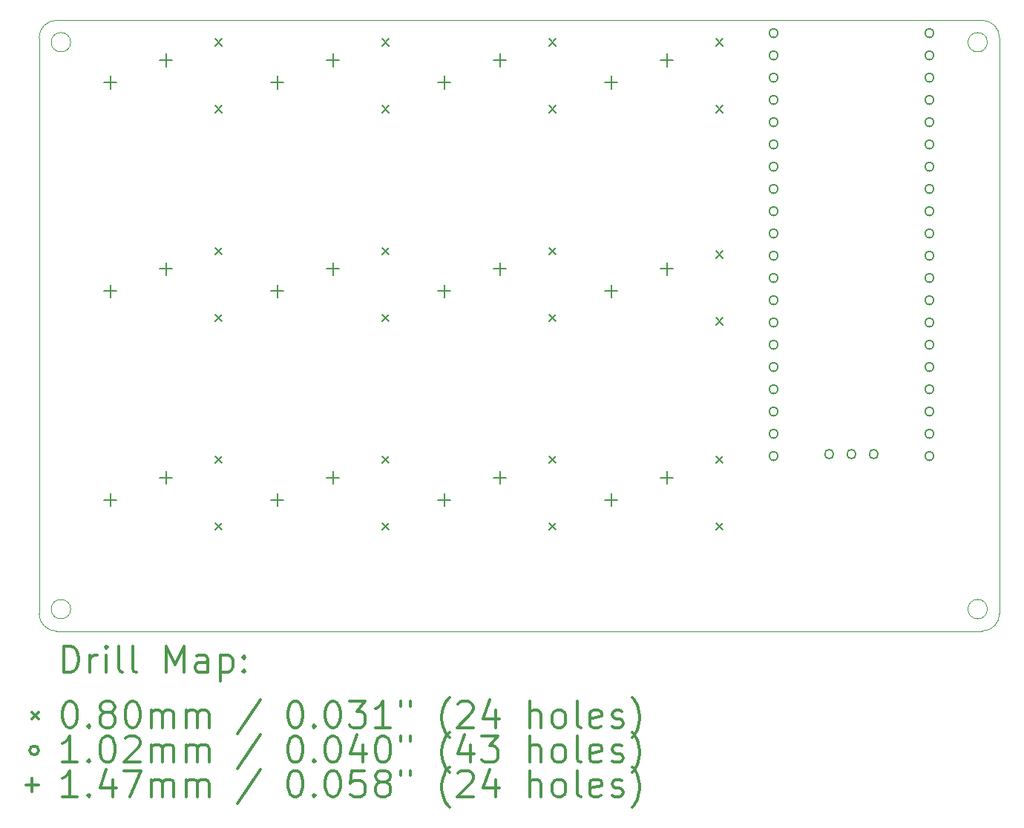
<source format=gbr>
%FSLAX45Y45*%
G04 Gerber Fmt 4.5, Leading zero omitted, Abs format (unit mm)*
G04 Created by KiCad (PCBNEW (5.1.9)-1) date 2021-05-03 11:05:23*
%MOMM*%
%LPD*%
G01*
G04 APERTURE LIST*
%TA.AperFunction,Profile*%
%ADD10C,0.100000*%
%TD*%
%ADD11C,0.200000*%
%ADD12C,0.300000*%
G04 APERTURE END LIST*
D10*
X6700520Y-4130040D02*
G75*
G03*
X6700520Y-4130040I-110450J0D01*
G01*
X6700520Y-10599420D02*
G75*
G03*
X6700520Y-10599420I-110450J0D01*
G01*
X17160240Y-10599420D02*
G75*
G03*
X17160240Y-10599420I-110450J0D01*
G01*
X17160240Y-4130040D02*
G75*
G03*
X17160240Y-4130040I-110450J0D01*
G01*
X17100000Y-3880000D02*
G75*
G02*
X17300000Y-4080000I0J-200000D01*
G01*
X17300000Y-10650000D02*
G75*
G02*
X17100000Y-10850000I-200000J0D01*
G01*
X6540000Y-10850000D02*
G75*
G02*
X6340000Y-10650000I0J200000D01*
G01*
X6340000Y-4080000D02*
X6340000Y-10650000D01*
X17100000Y-3880000D02*
X6540000Y-3880000D01*
X6340000Y-4080000D02*
G75*
G02*
X6540000Y-3880000I200000J0D01*
G01*
X17300000Y-10650000D02*
X17300000Y-4080000D01*
X6540000Y-10850000D02*
X17100000Y-10850000D01*
D11*
X8346000Y-4091500D02*
X8426000Y-4171500D01*
X8426000Y-4091500D02*
X8346000Y-4171500D01*
X8346000Y-4853500D02*
X8426000Y-4933500D01*
X8426000Y-4853500D02*
X8346000Y-4933500D01*
X8346000Y-6472750D02*
X8426000Y-6552750D01*
X8426000Y-6472750D02*
X8346000Y-6552750D01*
X8346000Y-7234750D02*
X8426000Y-7314750D01*
X8426000Y-7234750D02*
X8346000Y-7314750D01*
X8346000Y-8854000D02*
X8426000Y-8934000D01*
X8426000Y-8854000D02*
X8346000Y-8934000D01*
X8346000Y-9616000D02*
X8426000Y-9696000D01*
X8426000Y-9616000D02*
X8346000Y-9696000D01*
X10251000Y-4091500D02*
X10331000Y-4171500D01*
X10331000Y-4091500D02*
X10251000Y-4171500D01*
X10251000Y-4853500D02*
X10331000Y-4933500D01*
X10331000Y-4853500D02*
X10251000Y-4933500D01*
X10251000Y-6472750D02*
X10331000Y-6552750D01*
X10331000Y-6472750D02*
X10251000Y-6552750D01*
X10251000Y-7234750D02*
X10331000Y-7314750D01*
X10331000Y-7234750D02*
X10251000Y-7314750D01*
X10251000Y-8854000D02*
X10331000Y-8934000D01*
X10331000Y-8854000D02*
X10251000Y-8934000D01*
X10251000Y-9616000D02*
X10331000Y-9696000D01*
X10331000Y-9616000D02*
X10251000Y-9696000D01*
X12156000Y-4091500D02*
X12236000Y-4171500D01*
X12236000Y-4091500D02*
X12156000Y-4171500D01*
X12156000Y-4853500D02*
X12236000Y-4933500D01*
X12236000Y-4853500D02*
X12156000Y-4933500D01*
X12156000Y-6472750D02*
X12236000Y-6552750D01*
X12236000Y-6472750D02*
X12156000Y-6552750D01*
X12156000Y-7234750D02*
X12236000Y-7314750D01*
X12236000Y-7234750D02*
X12156000Y-7314750D01*
X12156000Y-8854000D02*
X12236000Y-8934000D01*
X12236000Y-8854000D02*
X12156000Y-8934000D01*
X12156000Y-9616000D02*
X12236000Y-9696000D01*
X12236000Y-9616000D02*
X12156000Y-9696000D01*
X14061000Y-4091500D02*
X14141000Y-4171500D01*
X14141000Y-4091500D02*
X14061000Y-4171500D01*
X14061000Y-4853500D02*
X14141000Y-4933500D01*
X14141000Y-4853500D02*
X14061000Y-4933500D01*
X14061000Y-6512750D02*
X14141000Y-6592750D01*
X14141000Y-6512750D02*
X14061000Y-6592750D01*
X14061000Y-7274750D02*
X14141000Y-7354750D01*
X14141000Y-7274750D02*
X14061000Y-7354750D01*
X14061000Y-8854000D02*
X14141000Y-8934000D01*
X14141000Y-8854000D02*
X14061000Y-8934000D01*
X14061000Y-9616000D02*
X14141000Y-9696000D01*
X14141000Y-9616000D02*
X14061000Y-9696000D01*
X14772000Y-4027000D02*
G75*
G03*
X14772000Y-4027000I-51000J0D01*
G01*
X14772000Y-4281000D02*
G75*
G03*
X14772000Y-4281000I-51000J0D01*
G01*
X14772000Y-4535000D02*
G75*
G03*
X14772000Y-4535000I-51000J0D01*
G01*
X14772000Y-4789000D02*
G75*
G03*
X14772000Y-4789000I-51000J0D01*
G01*
X14772000Y-5043000D02*
G75*
G03*
X14772000Y-5043000I-51000J0D01*
G01*
X14772000Y-5297000D02*
G75*
G03*
X14772000Y-5297000I-51000J0D01*
G01*
X14772000Y-5551000D02*
G75*
G03*
X14772000Y-5551000I-51000J0D01*
G01*
X14772000Y-5805000D02*
G75*
G03*
X14772000Y-5805000I-51000J0D01*
G01*
X14772000Y-6059000D02*
G75*
G03*
X14772000Y-6059000I-51000J0D01*
G01*
X14772000Y-6313000D02*
G75*
G03*
X14772000Y-6313000I-51000J0D01*
G01*
X14772000Y-6567000D02*
G75*
G03*
X14772000Y-6567000I-51000J0D01*
G01*
X14772000Y-6821000D02*
G75*
G03*
X14772000Y-6821000I-51000J0D01*
G01*
X14772000Y-7075000D02*
G75*
G03*
X14772000Y-7075000I-51000J0D01*
G01*
X14772000Y-7329000D02*
G75*
G03*
X14772000Y-7329000I-51000J0D01*
G01*
X14772000Y-7583000D02*
G75*
G03*
X14772000Y-7583000I-51000J0D01*
G01*
X14772000Y-7837000D02*
G75*
G03*
X14772000Y-7837000I-51000J0D01*
G01*
X14772000Y-8091000D02*
G75*
G03*
X14772000Y-8091000I-51000J0D01*
G01*
X14772000Y-8345000D02*
G75*
G03*
X14772000Y-8345000I-51000J0D01*
G01*
X14772000Y-8599000D02*
G75*
G03*
X14772000Y-8599000I-51000J0D01*
G01*
X14772000Y-8853000D02*
G75*
G03*
X14772000Y-8853000I-51000J0D01*
G01*
X15407000Y-8830000D02*
G75*
G03*
X15407000Y-8830000I-51000J0D01*
G01*
X15661000Y-8830000D02*
G75*
G03*
X15661000Y-8830000I-51000J0D01*
G01*
X15915000Y-8830000D02*
G75*
G03*
X15915000Y-8830000I-51000J0D01*
G01*
X16550000Y-4027000D02*
G75*
G03*
X16550000Y-4027000I-51000J0D01*
G01*
X16550000Y-4281000D02*
G75*
G03*
X16550000Y-4281000I-51000J0D01*
G01*
X16550000Y-4535000D02*
G75*
G03*
X16550000Y-4535000I-51000J0D01*
G01*
X16550000Y-4789000D02*
G75*
G03*
X16550000Y-4789000I-51000J0D01*
G01*
X16550000Y-5043000D02*
G75*
G03*
X16550000Y-5043000I-51000J0D01*
G01*
X16550000Y-5297000D02*
G75*
G03*
X16550000Y-5297000I-51000J0D01*
G01*
X16550000Y-5551000D02*
G75*
G03*
X16550000Y-5551000I-51000J0D01*
G01*
X16550000Y-5805000D02*
G75*
G03*
X16550000Y-5805000I-51000J0D01*
G01*
X16550000Y-6059000D02*
G75*
G03*
X16550000Y-6059000I-51000J0D01*
G01*
X16550000Y-6313000D02*
G75*
G03*
X16550000Y-6313000I-51000J0D01*
G01*
X16550000Y-6567000D02*
G75*
G03*
X16550000Y-6567000I-51000J0D01*
G01*
X16550000Y-6821000D02*
G75*
G03*
X16550000Y-6821000I-51000J0D01*
G01*
X16550000Y-7075000D02*
G75*
G03*
X16550000Y-7075000I-51000J0D01*
G01*
X16550000Y-7329000D02*
G75*
G03*
X16550000Y-7329000I-51000J0D01*
G01*
X16550000Y-7583000D02*
G75*
G03*
X16550000Y-7583000I-51000J0D01*
G01*
X16550000Y-7837000D02*
G75*
G03*
X16550000Y-7837000I-51000J0D01*
G01*
X16550000Y-8091000D02*
G75*
G03*
X16550000Y-8091000I-51000J0D01*
G01*
X16550000Y-8345000D02*
G75*
G03*
X16550000Y-8345000I-51000J0D01*
G01*
X16550000Y-8599000D02*
G75*
G03*
X16550000Y-8599000I-51000J0D01*
G01*
X16550000Y-8853000D02*
G75*
G03*
X16550000Y-8853000I-51000J0D01*
G01*
X7152500Y-4516000D02*
X7152500Y-4663000D01*
X7079000Y-4589500D02*
X7226000Y-4589500D01*
X7152500Y-6897250D02*
X7152500Y-7044250D01*
X7079000Y-6970750D02*
X7226000Y-6970750D01*
X7152500Y-9278500D02*
X7152500Y-9425500D01*
X7079000Y-9352000D02*
X7226000Y-9352000D01*
X7787500Y-4262000D02*
X7787500Y-4409000D01*
X7714000Y-4335500D02*
X7861000Y-4335500D01*
X7787500Y-6643250D02*
X7787500Y-6790250D01*
X7714000Y-6716750D02*
X7861000Y-6716750D01*
X7787500Y-9024500D02*
X7787500Y-9171500D01*
X7714000Y-9098000D02*
X7861000Y-9098000D01*
X9057500Y-4516000D02*
X9057500Y-4663000D01*
X8984000Y-4589500D02*
X9131000Y-4589500D01*
X9057500Y-6897250D02*
X9057500Y-7044250D01*
X8984000Y-6970750D02*
X9131000Y-6970750D01*
X9057500Y-9278500D02*
X9057500Y-9425500D01*
X8984000Y-9352000D02*
X9131000Y-9352000D01*
X9692500Y-4262000D02*
X9692500Y-4409000D01*
X9619000Y-4335500D02*
X9766000Y-4335500D01*
X9692500Y-6643250D02*
X9692500Y-6790250D01*
X9619000Y-6716750D02*
X9766000Y-6716750D01*
X9692500Y-9024500D02*
X9692500Y-9171500D01*
X9619000Y-9098000D02*
X9766000Y-9098000D01*
X10962500Y-4516000D02*
X10962500Y-4663000D01*
X10889000Y-4589500D02*
X11036000Y-4589500D01*
X10962500Y-6897250D02*
X10962500Y-7044250D01*
X10889000Y-6970750D02*
X11036000Y-6970750D01*
X10962500Y-9278500D02*
X10962500Y-9425500D01*
X10889000Y-9352000D02*
X11036000Y-9352000D01*
X11597500Y-4262000D02*
X11597500Y-4409000D01*
X11524000Y-4335500D02*
X11671000Y-4335500D01*
X11597500Y-6643250D02*
X11597500Y-6790250D01*
X11524000Y-6716750D02*
X11671000Y-6716750D01*
X11597500Y-9024500D02*
X11597500Y-9171500D01*
X11524000Y-9098000D02*
X11671000Y-9098000D01*
X12867500Y-4516000D02*
X12867500Y-4663000D01*
X12794000Y-4589500D02*
X12941000Y-4589500D01*
X12867500Y-6897250D02*
X12867500Y-7044250D01*
X12794000Y-6970750D02*
X12941000Y-6970750D01*
X12867500Y-9278500D02*
X12867500Y-9425500D01*
X12794000Y-9352000D02*
X12941000Y-9352000D01*
X13502500Y-4262000D02*
X13502500Y-4409000D01*
X13429000Y-4335500D02*
X13576000Y-4335500D01*
X13502500Y-6643250D02*
X13502500Y-6790250D01*
X13429000Y-6716750D02*
X13576000Y-6716750D01*
X13502500Y-9024500D02*
X13502500Y-9171500D01*
X13429000Y-9098000D02*
X13576000Y-9098000D01*
D12*
X6621428Y-11320714D02*
X6621428Y-11020714D01*
X6692857Y-11020714D01*
X6735714Y-11035000D01*
X6764286Y-11063572D01*
X6778571Y-11092143D01*
X6792857Y-11149286D01*
X6792857Y-11192143D01*
X6778571Y-11249286D01*
X6764286Y-11277857D01*
X6735714Y-11306429D01*
X6692857Y-11320714D01*
X6621428Y-11320714D01*
X6921428Y-11320714D02*
X6921428Y-11120714D01*
X6921428Y-11177857D02*
X6935714Y-11149286D01*
X6950000Y-11135000D01*
X6978571Y-11120714D01*
X7007143Y-11120714D01*
X7107143Y-11320714D02*
X7107143Y-11120714D01*
X7107143Y-11020714D02*
X7092857Y-11035000D01*
X7107143Y-11049286D01*
X7121428Y-11035000D01*
X7107143Y-11020714D01*
X7107143Y-11049286D01*
X7292857Y-11320714D02*
X7264286Y-11306429D01*
X7250000Y-11277857D01*
X7250000Y-11020714D01*
X7450000Y-11320714D02*
X7421428Y-11306429D01*
X7407143Y-11277857D01*
X7407143Y-11020714D01*
X7792857Y-11320714D02*
X7792857Y-11020714D01*
X7892857Y-11235000D01*
X7992857Y-11020714D01*
X7992857Y-11320714D01*
X8264286Y-11320714D02*
X8264286Y-11163572D01*
X8250000Y-11135000D01*
X8221428Y-11120714D01*
X8164286Y-11120714D01*
X8135714Y-11135000D01*
X8264286Y-11306429D02*
X8235714Y-11320714D01*
X8164286Y-11320714D01*
X8135714Y-11306429D01*
X8121428Y-11277857D01*
X8121428Y-11249286D01*
X8135714Y-11220714D01*
X8164286Y-11206429D01*
X8235714Y-11206429D01*
X8264286Y-11192143D01*
X8407143Y-11120714D02*
X8407143Y-11420714D01*
X8407143Y-11135000D02*
X8435714Y-11120714D01*
X8492857Y-11120714D01*
X8521428Y-11135000D01*
X8535714Y-11149286D01*
X8550000Y-11177857D01*
X8550000Y-11263571D01*
X8535714Y-11292143D01*
X8521428Y-11306429D01*
X8492857Y-11320714D01*
X8435714Y-11320714D01*
X8407143Y-11306429D01*
X8678571Y-11292143D02*
X8692857Y-11306429D01*
X8678571Y-11320714D01*
X8664286Y-11306429D01*
X8678571Y-11292143D01*
X8678571Y-11320714D01*
X8678571Y-11135000D02*
X8692857Y-11149286D01*
X8678571Y-11163572D01*
X8664286Y-11149286D01*
X8678571Y-11135000D01*
X8678571Y-11163572D01*
X6255000Y-11775000D02*
X6335000Y-11855000D01*
X6335000Y-11775000D02*
X6255000Y-11855000D01*
X6678571Y-11650714D02*
X6707143Y-11650714D01*
X6735714Y-11665000D01*
X6750000Y-11679286D01*
X6764286Y-11707857D01*
X6778571Y-11765000D01*
X6778571Y-11836429D01*
X6764286Y-11893571D01*
X6750000Y-11922143D01*
X6735714Y-11936429D01*
X6707143Y-11950714D01*
X6678571Y-11950714D01*
X6650000Y-11936429D01*
X6635714Y-11922143D01*
X6621428Y-11893571D01*
X6607143Y-11836429D01*
X6607143Y-11765000D01*
X6621428Y-11707857D01*
X6635714Y-11679286D01*
X6650000Y-11665000D01*
X6678571Y-11650714D01*
X6907143Y-11922143D02*
X6921428Y-11936429D01*
X6907143Y-11950714D01*
X6892857Y-11936429D01*
X6907143Y-11922143D01*
X6907143Y-11950714D01*
X7092857Y-11779286D02*
X7064286Y-11765000D01*
X7050000Y-11750714D01*
X7035714Y-11722143D01*
X7035714Y-11707857D01*
X7050000Y-11679286D01*
X7064286Y-11665000D01*
X7092857Y-11650714D01*
X7150000Y-11650714D01*
X7178571Y-11665000D01*
X7192857Y-11679286D01*
X7207143Y-11707857D01*
X7207143Y-11722143D01*
X7192857Y-11750714D01*
X7178571Y-11765000D01*
X7150000Y-11779286D01*
X7092857Y-11779286D01*
X7064286Y-11793571D01*
X7050000Y-11807857D01*
X7035714Y-11836429D01*
X7035714Y-11893571D01*
X7050000Y-11922143D01*
X7064286Y-11936429D01*
X7092857Y-11950714D01*
X7150000Y-11950714D01*
X7178571Y-11936429D01*
X7192857Y-11922143D01*
X7207143Y-11893571D01*
X7207143Y-11836429D01*
X7192857Y-11807857D01*
X7178571Y-11793571D01*
X7150000Y-11779286D01*
X7392857Y-11650714D02*
X7421428Y-11650714D01*
X7450000Y-11665000D01*
X7464286Y-11679286D01*
X7478571Y-11707857D01*
X7492857Y-11765000D01*
X7492857Y-11836429D01*
X7478571Y-11893571D01*
X7464286Y-11922143D01*
X7450000Y-11936429D01*
X7421428Y-11950714D01*
X7392857Y-11950714D01*
X7364286Y-11936429D01*
X7350000Y-11922143D01*
X7335714Y-11893571D01*
X7321428Y-11836429D01*
X7321428Y-11765000D01*
X7335714Y-11707857D01*
X7350000Y-11679286D01*
X7364286Y-11665000D01*
X7392857Y-11650714D01*
X7621428Y-11950714D02*
X7621428Y-11750714D01*
X7621428Y-11779286D02*
X7635714Y-11765000D01*
X7664286Y-11750714D01*
X7707143Y-11750714D01*
X7735714Y-11765000D01*
X7750000Y-11793571D01*
X7750000Y-11950714D01*
X7750000Y-11793571D02*
X7764286Y-11765000D01*
X7792857Y-11750714D01*
X7835714Y-11750714D01*
X7864286Y-11765000D01*
X7878571Y-11793571D01*
X7878571Y-11950714D01*
X8021428Y-11950714D02*
X8021428Y-11750714D01*
X8021428Y-11779286D02*
X8035714Y-11765000D01*
X8064286Y-11750714D01*
X8107143Y-11750714D01*
X8135714Y-11765000D01*
X8150000Y-11793571D01*
X8150000Y-11950714D01*
X8150000Y-11793571D02*
X8164286Y-11765000D01*
X8192857Y-11750714D01*
X8235714Y-11750714D01*
X8264286Y-11765000D01*
X8278571Y-11793571D01*
X8278571Y-11950714D01*
X8864286Y-11636429D02*
X8607143Y-12022143D01*
X9250000Y-11650714D02*
X9278571Y-11650714D01*
X9307143Y-11665000D01*
X9321428Y-11679286D01*
X9335714Y-11707857D01*
X9350000Y-11765000D01*
X9350000Y-11836429D01*
X9335714Y-11893571D01*
X9321428Y-11922143D01*
X9307143Y-11936429D01*
X9278571Y-11950714D01*
X9250000Y-11950714D01*
X9221428Y-11936429D01*
X9207143Y-11922143D01*
X9192857Y-11893571D01*
X9178571Y-11836429D01*
X9178571Y-11765000D01*
X9192857Y-11707857D01*
X9207143Y-11679286D01*
X9221428Y-11665000D01*
X9250000Y-11650714D01*
X9478571Y-11922143D02*
X9492857Y-11936429D01*
X9478571Y-11950714D01*
X9464286Y-11936429D01*
X9478571Y-11922143D01*
X9478571Y-11950714D01*
X9678571Y-11650714D02*
X9707143Y-11650714D01*
X9735714Y-11665000D01*
X9750000Y-11679286D01*
X9764286Y-11707857D01*
X9778571Y-11765000D01*
X9778571Y-11836429D01*
X9764286Y-11893571D01*
X9750000Y-11922143D01*
X9735714Y-11936429D01*
X9707143Y-11950714D01*
X9678571Y-11950714D01*
X9650000Y-11936429D01*
X9635714Y-11922143D01*
X9621428Y-11893571D01*
X9607143Y-11836429D01*
X9607143Y-11765000D01*
X9621428Y-11707857D01*
X9635714Y-11679286D01*
X9650000Y-11665000D01*
X9678571Y-11650714D01*
X9878571Y-11650714D02*
X10064286Y-11650714D01*
X9964286Y-11765000D01*
X10007143Y-11765000D01*
X10035714Y-11779286D01*
X10050000Y-11793571D01*
X10064286Y-11822143D01*
X10064286Y-11893571D01*
X10050000Y-11922143D01*
X10035714Y-11936429D01*
X10007143Y-11950714D01*
X9921428Y-11950714D01*
X9892857Y-11936429D01*
X9878571Y-11922143D01*
X10350000Y-11950714D02*
X10178571Y-11950714D01*
X10264286Y-11950714D02*
X10264286Y-11650714D01*
X10235714Y-11693571D01*
X10207143Y-11722143D01*
X10178571Y-11736429D01*
X10464286Y-11650714D02*
X10464286Y-11707857D01*
X10578571Y-11650714D02*
X10578571Y-11707857D01*
X11021428Y-12065000D02*
X11007143Y-12050714D01*
X10978571Y-12007857D01*
X10964286Y-11979286D01*
X10950000Y-11936429D01*
X10935714Y-11865000D01*
X10935714Y-11807857D01*
X10950000Y-11736429D01*
X10964286Y-11693571D01*
X10978571Y-11665000D01*
X11007143Y-11622143D01*
X11021428Y-11607857D01*
X11121428Y-11679286D02*
X11135714Y-11665000D01*
X11164286Y-11650714D01*
X11235714Y-11650714D01*
X11264286Y-11665000D01*
X11278571Y-11679286D01*
X11292857Y-11707857D01*
X11292857Y-11736429D01*
X11278571Y-11779286D01*
X11107143Y-11950714D01*
X11292857Y-11950714D01*
X11550000Y-11750714D02*
X11550000Y-11950714D01*
X11478571Y-11636429D02*
X11407143Y-11850714D01*
X11592857Y-11850714D01*
X11935714Y-11950714D02*
X11935714Y-11650714D01*
X12064286Y-11950714D02*
X12064286Y-11793571D01*
X12050000Y-11765000D01*
X12021428Y-11750714D01*
X11978571Y-11750714D01*
X11950000Y-11765000D01*
X11935714Y-11779286D01*
X12250000Y-11950714D02*
X12221428Y-11936429D01*
X12207143Y-11922143D01*
X12192857Y-11893571D01*
X12192857Y-11807857D01*
X12207143Y-11779286D01*
X12221428Y-11765000D01*
X12250000Y-11750714D01*
X12292857Y-11750714D01*
X12321428Y-11765000D01*
X12335714Y-11779286D01*
X12350000Y-11807857D01*
X12350000Y-11893571D01*
X12335714Y-11922143D01*
X12321428Y-11936429D01*
X12292857Y-11950714D01*
X12250000Y-11950714D01*
X12521428Y-11950714D02*
X12492857Y-11936429D01*
X12478571Y-11907857D01*
X12478571Y-11650714D01*
X12750000Y-11936429D02*
X12721428Y-11950714D01*
X12664286Y-11950714D01*
X12635714Y-11936429D01*
X12621428Y-11907857D01*
X12621428Y-11793571D01*
X12635714Y-11765000D01*
X12664286Y-11750714D01*
X12721428Y-11750714D01*
X12750000Y-11765000D01*
X12764286Y-11793571D01*
X12764286Y-11822143D01*
X12621428Y-11850714D01*
X12878571Y-11936429D02*
X12907143Y-11950714D01*
X12964286Y-11950714D01*
X12992857Y-11936429D01*
X13007143Y-11907857D01*
X13007143Y-11893571D01*
X12992857Y-11865000D01*
X12964286Y-11850714D01*
X12921428Y-11850714D01*
X12892857Y-11836429D01*
X12878571Y-11807857D01*
X12878571Y-11793571D01*
X12892857Y-11765000D01*
X12921428Y-11750714D01*
X12964286Y-11750714D01*
X12992857Y-11765000D01*
X13107143Y-12065000D02*
X13121428Y-12050714D01*
X13150000Y-12007857D01*
X13164286Y-11979286D01*
X13178571Y-11936429D01*
X13192857Y-11865000D01*
X13192857Y-11807857D01*
X13178571Y-11736429D01*
X13164286Y-11693571D01*
X13150000Y-11665000D01*
X13121428Y-11622143D01*
X13107143Y-11607857D01*
X6335000Y-12211000D02*
G75*
G03*
X6335000Y-12211000I-51000J0D01*
G01*
X6778571Y-12346714D02*
X6607143Y-12346714D01*
X6692857Y-12346714D02*
X6692857Y-12046714D01*
X6664286Y-12089571D01*
X6635714Y-12118143D01*
X6607143Y-12132429D01*
X6907143Y-12318143D02*
X6921428Y-12332429D01*
X6907143Y-12346714D01*
X6892857Y-12332429D01*
X6907143Y-12318143D01*
X6907143Y-12346714D01*
X7107143Y-12046714D02*
X7135714Y-12046714D01*
X7164286Y-12061000D01*
X7178571Y-12075286D01*
X7192857Y-12103857D01*
X7207143Y-12161000D01*
X7207143Y-12232429D01*
X7192857Y-12289571D01*
X7178571Y-12318143D01*
X7164286Y-12332429D01*
X7135714Y-12346714D01*
X7107143Y-12346714D01*
X7078571Y-12332429D01*
X7064286Y-12318143D01*
X7050000Y-12289571D01*
X7035714Y-12232429D01*
X7035714Y-12161000D01*
X7050000Y-12103857D01*
X7064286Y-12075286D01*
X7078571Y-12061000D01*
X7107143Y-12046714D01*
X7321428Y-12075286D02*
X7335714Y-12061000D01*
X7364286Y-12046714D01*
X7435714Y-12046714D01*
X7464286Y-12061000D01*
X7478571Y-12075286D01*
X7492857Y-12103857D01*
X7492857Y-12132429D01*
X7478571Y-12175286D01*
X7307143Y-12346714D01*
X7492857Y-12346714D01*
X7621428Y-12346714D02*
X7621428Y-12146714D01*
X7621428Y-12175286D02*
X7635714Y-12161000D01*
X7664286Y-12146714D01*
X7707143Y-12146714D01*
X7735714Y-12161000D01*
X7750000Y-12189571D01*
X7750000Y-12346714D01*
X7750000Y-12189571D02*
X7764286Y-12161000D01*
X7792857Y-12146714D01*
X7835714Y-12146714D01*
X7864286Y-12161000D01*
X7878571Y-12189571D01*
X7878571Y-12346714D01*
X8021428Y-12346714D02*
X8021428Y-12146714D01*
X8021428Y-12175286D02*
X8035714Y-12161000D01*
X8064286Y-12146714D01*
X8107143Y-12146714D01*
X8135714Y-12161000D01*
X8150000Y-12189571D01*
X8150000Y-12346714D01*
X8150000Y-12189571D02*
X8164286Y-12161000D01*
X8192857Y-12146714D01*
X8235714Y-12146714D01*
X8264286Y-12161000D01*
X8278571Y-12189571D01*
X8278571Y-12346714D01*
X8864286Y-12032429D02*
X8607143Y-12418143D01*
X9250000Y-12046714D02*
X9278571Y-12046714D01*
X9307143Y-12061000D01*
X9321428Y-12075286D01*
X9335714Y-12103857D01*
X9350000Y-12161000D01*
X9350000Y-12232429D01*
X9335714Y-12289571D01*
X9321428Y-12318143D01*
X9307143Y-12332429D01*
X9278571Y-12346714D01*
X9250000Y-12346714D01*
X9221428Y-12332429D01*
X9207143Y-12318143D01*
X9192857Y-12289571D01*
X9178571Y-12232429D01*
X9178571Y-12161000D01*
X9192857Y-12103857D01*
X9207143Y-12075286D01*
X9221428Y-12061000D01*
X9250000Y-12046714D01*
X9478571Y-12318143D02*
X9492857Y-12332429D01*
X9478571Y-12346714D01*
X9464286Y-12332429D01*
X9478571Y-12318143D01*
X9478571Y-12346714D01*
X9678571Y-12046714D02*
X9707143Y-12046714D01*
X9735714Y-12061000D01*
X9750000Y-12075286D01*
X9764286Y-12103857D01*
X9778571Y-12161000D01*
X9778571Y-12232429D01*
X9764286Y-12289571D01*
X9750000Y-12318143D01*
X9735714Y-12332429D01*
X9707143Y-12346714D01*
X9678571Y-12346714D01*
X9650000Y-12332429D01*
X9635714Y-12318143D01*
X9621428Y-12289571D01*
X9607143Y-12232429D01*
X9607143Y-12161000D01*
X9621428Y-12103857D01*
X9635714Y-12075286D01*
X9650000Y-12061000D01*
X9678571Y-12046714D01*
X10035714Y-12146714D02*
X10035714Y-12346714D01*
X9964286Y-12032429D02*
X9892857Y-12246714D01*
X10078571Y-12246714D01*
X10250000Y-12046714D02*
X10278571Y-12046714D01*
X10307143Y-12061000D01*
X10321428Y-12075286D01*
X10335714Y-12103857D01*
X10350000Y-12161000D01*
X10350000Y-12232429D01*
X10335714Y-12289571D01*
X10321428Y-12318143D01*
X10307143Y-12332429D01*
X10278571Y-12346714D01*
X10250000Y-12346714D01*
X10221428Y-12332429D01*
X10207143Y-12318143D01*
X10192857Y-12289571D01*
X10178571Y-12232429D01*
X10178571Y-12161000D01*
X10192857Y-12103857D01*
X10207143Y-12075286D01*
X10221428Y-12061000D01*
X10250000Y-12046714D01*
X10464286Y-12046714D02*
X10464286Y-12103857D01*
X10578571Y-12046714D02*
X10578571Y-12103857D01*
X11021428Y-12461000D02*
X11007143Y-12446714D01*
X10978571Y-12403857D01*
X10964286Y-12375286D01*
X10950000Y-12332429D01*
X10935714Y-12261000D01*
X10935714Y-12203857D01*
X10950000Y-12132429D01*
X10964286Y-12089571D01*
X10978571Y-12061000D01*
X11007143Y-12018143D01*
X11021428Y-12003857D01*
X11264286Y-12146714D02*
X11264286Y-12346714D01*
X11192857Y-12032429D02*
X11121428Y-12246714D01*
X11307143Y-12246714D01*
X11392857Y-12046714D02*
X11578571Y-12046714D01*
X11478571Y-12161000D01*
X11521428Y-12161000D01*
X11550000Y-12175286D01*
X11564286Y-12189571D01*
X11578571Y-12218143D01*
X11578571Y-12289571D01*
X11564286Y-12318143D01*
X11550000Y-12332429D01*
X11521428Y-12346714D01*
X11435714Y-12346714D01*
X11407143Y-12332429D01*
X11392857Y-12318143D01*
X11935714Y-12346714D02*
X11935714Y-12046714D01*
X12064286Y-12346714D02*
X12064286Y-12189571D01*
X12050000Y-12161000D01*
X12021428Y-12146714D01*
X11978571Y-12146714D01*
X11950000Y-12161000D01*
X11935714Y-12175286D01*
X12250000Y-12346714D02*
X12221428Y-12332429D01*
X12207143Y-12318143D01*
X12192857Y-12289571D01*
X12192857Y-12203857D01*
X12207143Y-12175286D01*
X12221428Y-12161000D01*
X12250000Y-12146714D01*
X12292857Y-12146714D01*
X12321428Y-12161000D01*
X12335714Y-12175286D01*
X12350000Y-12203857D01*
X12350000Y-12289571D01*
X12335714Y-12318143D01*
X12321428Y-12332429D01*
X12292857Y-12346714D01*
X12250000Y-12346714D01*
X12521428Y-12346714D02*
X12492857Y-12332429D01*
X12478571Y-12303857D01*
X12478571Y-12046714D01*
X12750000Y-12332429D02*
X12721428Y-12346714D01*
X12664286Y-12346714D01*
X12635714Y-12332429D01*
X12621428Y-12303857D01*
X12621428Y-12189571D01*
X12635714Y-12161000D01*
X12664286Y-12146714D01*
X12721428Y-12146714D01*
X12750000Y-12161000D01*
X12764286Y-12189571D01*
X12764286Y-12218143D01*
X12621428Y-12246714D01*
X12878571Y-12332429D02*
X12907143Y-12346714D01*
X12964286Y-12346714D01*
X12992857Y-12332429D01*
X13007143Y-12303857D01*
X13007143Y-12289571D01*
X12992857Y-12261000D01*
X12964286Y-12246714D01*
X12921428Y-12246714D01*
X12892857Y-12232429D01*
X12878571Y-12203857D01*
X12878571Y-12189571D01*
X12892857Y-12161000D01*
X12921428Y-12146714D01*
X12964286Y-12146714D01*
X12992857Y-12161000D01*
X13107143Y-12461000D02*
X13121428Y-12446714D01*
X13150000Y-12403857D01*
X13164286Y-12375286D01*
X13178571Y-12332429D01*
X13192857Y-12261000D01*
X13192857Y-12203857D01*
X13178571Y-12132429D01*
X13164286Y-12089571D01*
X13150000Y-12061000D01*
X13121428Y-12018143D01*
X13107143Y-12003857D01*
X6261500Y-12533500D02*
X6261500Y-12680500D01*
X6188000Y-12607000D02*
X6335000Y-12607000D01*
X6778571Y-12742714D02*
X6607143Y-12742714D01*
X6692857Y-12742714D02*
X6692857Y-12442714D01*
X6664286Y-12485571D01*
X6635714Y-12514143D01*
X6607143Y-12528429D01*
X6907143Y-12714143D02*
X6921428Y-12728429D01*
X6907143Y-12742714D01*
X6892857Y-12728429D01*
X6907143Y-12714143D01*
X6907143Y-12742714D01*
X7178571Y-12542714D02*
X7178571Y-12742714D01*
X7107143Y-12428429D02*
X7035714Y-12642714D01*
X7221428Y-12642714D01*
X7307143Y-12442714D02*
X7507143Y-12442714D01*
X7378571Y-12742714D01*
X7621428Y-12742714D02*
X7621428Y-12542714D01*
X7621428Y-12571286D02*
X7635714Y-12557000D01*
X7664286Y-12542714D01*
X7707143Y-12542714D01*
X7735714Y-12557000D01*
X7750000Y-12585571D01*
X7750000Y-12742714D01*
X7750000Y-12585571D02*
X7764286Y-12557000D01*
X7792857Y-12542714D01*
X7835714Y-12542714D01*
X7864286Y-12557000D01*
X7878571Y-12585571D01*
X7878571Y-12742714D01*
X8021428Y-12742714D02*
X8021428Y-12542714D01*
X8021428Y-12571286D02*
X8035714Y-12557000D01*
X8064286Y-12542714D01*
X8107143Y-12542714D01*
X8135714Y-12557000D01*
X8150000Y-12585571D01*
X8150000Y-12742714D01*
X8150000Y-12585571D02*
X8164286Y-12557000D01*
X8192857Y-12542714D01*
X8235714Y-12542714D01*
X8264286Y-12557000D01*
X8278571Y-12585571D01*
X8278571Y-12742714D01*
X8864286Y-12428429D02*
X8607143Y-12814143D01*
X9250000Y-12442714D02*
X9278571Y-12442714D01*
X9307143Y-12457000D01*
X9321428Y-12471286D01*
X9335714Y-12499857D01*
X9350000Y-12557000D01*
X9350000Y-12628429D01*
X9335714Y-12685571D01*
X9321428Y-12714143D01*
X9307143Y-12728429D01*
X9278571Y-12742714D01*
X9250000Y-12742714D01*
X9221428Y-12728429D01*
X9207143Y-12714143D01*
X9192857Y-12685571D01*
X9178571Y-12628429D01*
X9178571Y-12557000D01*
X9192857Y-12499857D01*
X9207143Y-12471286D01*
X9221428Y-12457000D01*
X9250000Y-12442714D01*
X9478571Y-12714143D02*
X9492857Y-12728429D01*
X9478571Y-12742714D01*
X9464286Y-12728429D01*
X9478571Y-12714143D01*
X9478571Y-12742714D01*
X9678571Y-12442714D02*
X9707143Y-12442714D01*
X9735714Y-12457000D01*
X9750000Y-12471286D01*
X9764286Y-12499857D01*
X9778571Y-12557000D01*
X9778571Y-12628429D01*
X9764286Y-12685571D01*
X9750000Y-12714143D01*
X9735714Y-12728429D01*
X9707143Y-12742714D01*
X9678571Y-12742714D01*
X9650000Y-12728429D01*
X9635714Y-12714143D01*
X9621428Y-12685571D01*
X9607143Y-12628429D01*
X9607143Y-12557000D01*
X9621428Y-12499857D01*
X9635714Y-12471286D01*
X9650000Y-12457000D01*
X9678571Y-12442714D01*
X10050000Y-12442714D02*
X9907143Y-12442714D01*
X9892857Y-12585571D01*
X9907143Y-12571286D01*
X9935714Y-12557000D01*
X10007143Y-12557000D01*
X10035714Y-12571286D01*
X10050000Y-12585571D01*
X10064286Y-12614143D01*
X10064286Y-12685571D01*
X10050000Y-12714143D01*
X10035714Y-12728429D01*
X10007143Y-12742714D01*
X9935714Y-12742714D01*
X9907143Y-12728429D01*
X9892857Y-12714143D01*
X10235714Y-12571286D02*
X10207143Y-12557000D01*
X10192857Y-12542714D01*
X10178571Y-12514143D01*
X10178571Y-12499857D01*
X10192857Y-12471286D01*
X10207143Y-12457000D01*
X10235714Y-12442714D01*
X10292857Y-12442714D01*
X10321428Y-12457000D01*
X10335714Y-12471286D01*
X10350000Y-12499857D01*
X10350000Y-12514143D01*
X10335714Y-12542714D01*
X10321428Y-12557000D01*
X10292857Y-12571286D01*
X10235714Y-12571286D01*
X10207143Y-12585571D01*
X10192857Y-12599857D01*
X10178571Y-12628429D01*
X10178571Y-12685571D01*
X10192857Y-12714143D01*
X10207143Y-12728429D01*
X10235714Y-12742714D01*
X10292857Y-12742714D01*
X10321428Y-12728429D01*
X10335714Y-12714143D01*
X10350000Y-12685571D01*
X10350000Y-12628429D01*
X10335714Y-12599857D01*
X10321428Y-12585571D01*
X10292857Y-12571286D01*
X10464286Y-12442714D02*
X10464286Y-12499857D01*
X10578571Y-12442714D02*
X10578571Y-12499857D01*
X11021428Y-12857000D02*
X11007143Y-12842714D01*
X10978571Y-12799857D01*
X10964286Y-12771286D01*
X10950000Y-12728429D01*
X10935714Y-12657000D01*
X10935714Y-12599857D01*
X10950000Y-12528429D01*
X10964286Y-12485571D01*
X10978571Y-12457000D01*
X11007143Y-12414143D01*
X11021428Y-12399857D01*
X11121428Y-12471286D02*
X11135714Y-12457000D01*
X11164286Y-12442714D01*
X11235714Y-12442714D01*
X11264286Y-12457000D01*
X11278571Y-12471286D01*
X11292857Y-12499857D01*
X11292857Y-12528429D01*
X11278571Y-12571286D01*
X11107143Y-12742714D01*
X11292857Y-12742714D01*
X11550000Y-12542714D02*
X11550000Y-12742714D01*
X11478571Y-12428429D02*
X11407143Y-12642714D01*
X11592857Y-12642714D01*
X11935714Y-12742714D02*
X11935714Y-12442714D01*
X12064286Y-12742714D02*
X12064286Y-12585571D01*
X12050000Y-12557000D01*
X12021428Y-12542714D01*
X11978571Y-12542714D01*
X11950000Y-12557000D01*
X11935714Y-12571286D01*
X12250000Y-12742714D02*
X12221428Y-12728429D01*
X12207143Y-12714143D01*
X12192857Y-12685571D01*
X12192857Y-12599857D01*
X12207143Y-12571286D01*
X12221428Y-12557000D01*
X12250000Y-12542714D01*
X12292857Y-12542714D01*
X12321428Y-12557000D01*
X12335714Y-12571286D01*
X12350000Y-12599857D01*
X12350000Y-12685571D01*
X12335714Y-12714143D01*
X12321428Y-12728429D01*
X12292857Y-12742714D01*
X12250000Y-12742714D01*
X12521428Y-12742714D02*
X12492857Y-12728429D01*
X12478571Y-12699857D01*
X12478571Y-12442714D01*
X12750000Y-12728429D02*
X12721428Y-12742714D01*
X12664286Y-12742714D01*
X12635714Y-12728429D01*
X12621428Y-12699857D01*
X12621428Y-12585571D01*
X12635714Y-12557000D01*
X12664286Y-12542714D01*
X12721428Y-12542714D01*
X12750000Y-12557000D01*
X12764286Y-12585571D01*
X12764286Y-12614143D01*
X12621428Y-12642714D01*
X12878571Y-12728429D02*
X12907143Y-12742714D01*
X12964286Y-12742714D01*
X12992857Y-12728429D01*
X13007143Y-12699857D01*
X13007143Y-12685571D01*
X12992857Y-12657000D01*
X12964286Y-12642714D01*
X12921428Y-12642714D01*
X12892857Y-12628429D01*
X12878571Y-12599857D01*
X12878571Y-12585571D01*
X12892857Y-12557000D01*
X12921428Y-12542714D01*
X12964286Y-12542714D01*
X12992857Y-12557000D01*
X13107143Y-12857000D02*
X13121428Y-12842714D01*
X13150000Y-12799857D01*
X13164286Y-12771286D01*
X13178571Y-12728429D01*
X13192857Y-12657000D01*
X13192857Y-12599857D01*
X13178571Y-12528429D01*
X13164286Y-12485571D01*
X13150000Y-12457000D01*
X13121428Y-12414143D01*
X13107143Y-12399857D01*
M02*

</source>
